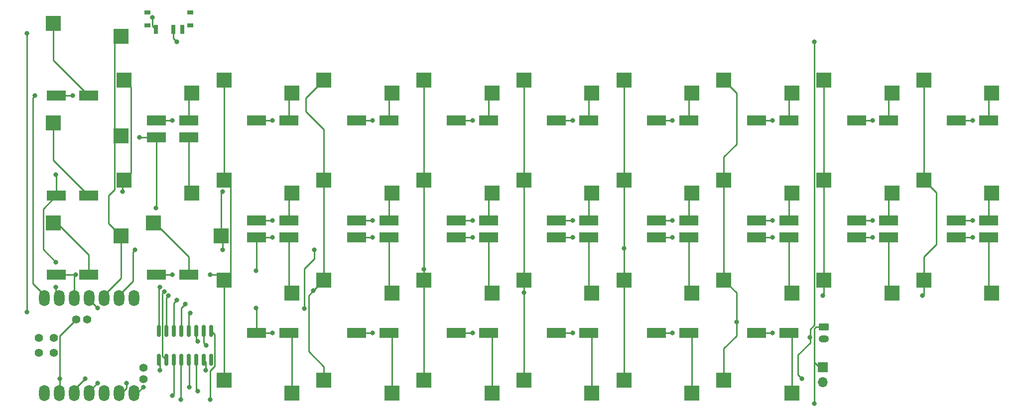
<source format=gbr>
%TF.GenerationSoftware,KiCad,Pcbnew,(6.0.4-0)*%
%TF.CreationDate,2023-01-08T13:58:21-06:00*%
%TF.ProjectId,bancouver40_cfx,62616e63-6f75-4766-9572-34305f636678,rev?*%
%TF.SameCoordinates,Original*%
%TF.FileFunction,Copper,L2,Bot*%
%TF.FilePolarity,Positive*%
%FSLAX46Y46*%
G04 Gerber Fmt 4.6, Leading zero omitted, Abs format (unit mm)*
G04 Created by KiCad (PCBNEW (6.0.4-0)) date 2023-01-08 13:58:21*
%MOMM*%
%LPD*%
G01*
G04 APERTURE LIST*
G04 Aperture macros list*
%AMRoundRect*
0 Rectangle with rounded corners*
0 $1 Rounding radius*
0 $2 $3 $4 $5 $6 $7 $8 $9 X,Y pos of 4 corners*
0 Add a 4 corners polygon primitive as box body*
4,1,4,$2,$3,$4,$5,$6,$7,$8,$9,$2,$3,0*
0 Add four circle primitives for the rounded corners*
1,1,$1+$1,$2,$3*
1,1,$1+$1,$4,$5*
1,1,$1+$1,$6,$7*
1,1,$1+$1,$8,$9*
0 Add four rect primitives between the rounded corners*
20,1,$1+$1,$2,$3,$4,$5,0*
20,1,$1+$1,$4,$5,$6,$7,0*
20,1,$1+$1,$6,$7,$8,$9,0*
20,1,$1+$1,$8,$9,$2,$3,0*%
G04 Aperture macros list end*
%TA.AperFunction,SMDPad,CuDef*%
%ADD10R,2.600000X2.600000*%
%TD*%
%TA.AperFunction,SMDPad,CuDef*%
%ADD11R,3.300000X1.700000*%
%TD*%
%TA.AperFunction,SMDPad,CuDef*%
%ADD12RoundRect,0.150000X-0.150000X0.825000X-0.150000X-0.825000X0.150000X-0.825000X0.150000X0.825000X0*%
%TD*%
%TA.AperFunction,ComponentPad*%
%ADD13R,1.700000X1.700000*%
%TD*%
%TA.AperFunction,ComponentPad*%
%ADD14O,1.700000X1.700000*%
%TD*%
%TA.AperFunction,SMDPad,CuDef*%
%ADD15O,1.800000X2.750000*%
%TD*%
%TA.AperFunction,ComponentPad*%
%ADD16C,1.397000*%
%TD*%
%TA.AperFunction,SMDPad,CuDef*%
%ADD17R,1.000000X0.800000*%
%TD*%
%TA.AperFunction,SMDPad,CuDef*%
%ADD18R,0.700000X1.500000*%
%TD*%
%TA.AperFunction,ComponentPad*%
%ADD19RoundRect,0.250000X-0.625000X0.350000X-0.625000X-0.350000X0.625000X-0.350000X0.625000X0.350000X0*%
%TD*%
%TA.AperFunction,ComponentPad*%
%ADD20O,1.750000X1.200000*%
%TD*%
%TA.AperFunction,ViaPad*%
%ADD21C,0.800000*%
%TD*%
%TA.AperFunction,Conductor*%
%ADD22C,0.250000*%
%TD*%
G04 APERTURE END LIST*
D10*
%TO.P,SW25,1,1*%
%TO.N,Net-(D25-Pad2)*%
X154149929Y-63324973D03*
%TO.P,SW25,2,2*%
%TO.N,col5*%
X142599929Y-61124973D03*
%TD*%
%TO.P,SW17,1,1*%
%TO.N,Net-(D17-Pad2)*%
X188149913Y-46324981D03*
%TO.P,SW17,2,2*%
%TO.N,col7*%
X176599913Y-44124981D03*
%TD*%
%TO.P,SW23,1,1*%
%TO.N,Net-(D23-Pad2)*%
X120149945Y-63324973D03*
%TO.P,SW23,2,2*%
%TO.N,col3*%
X108599945Y-61124973D03*
%TD*%
%TO.P,SW26,1,1*%
%TO.N,Net-(D26-Pad2)*%
X171149921Y-63324973D03*
%TO.P,SW26,2,2*%
%TO.N,col6*%
X159599921Y-61124973D03*
%TD*%
%TO.P,SW13,1,1*%
%TO.N,Net-(D13-Pad2)*%
X120149945Y-46324981D03*
%TO.P,SW13,2,2*%
%TO.N,col3*%
X108599945Y-44124981D03*
%TD*%
%TO.P,SW20,1,1*%
%TO.N,Net-(D20-Pad2)*%
X239149889Y-46324981D03*
%TO.P,SW20,2,2*%
%TO.N,col10*%
X227599889Y-44124981D03*
%TD*%
%TO.P,SW16,1,1*%
%TO.N,Net-(D16-Pad2)*%
X171149921Y-46324981D03*
%TO.P,SW16,2,2*%
%TO.N,col6*%
X159599921Y-44124981D03*
%TD*%
%TO.P,SW4,1,1*%
%TO.N,Net-(D4-Pad2)*%
X137149937Y-29324989D03*
%TO.P,SW4,2,2*%
%TO.N,col4*%
X125599937Y-27124989D03*
%TD*%
%TO.P,SW1,1,1*%
%TO.N,Net-(D1-Pad2)*%
X79599961Y-17424989D03*
%TO.P,SW1,2,2*%
%TO.N,col1*%
X91149961Y-19624989D03*
%TD*%
%TO.P,SW29,1,1*%
%TO.N,Net-(D29-Pad2)*%
X222149897Y-63324973D03*
%TO.P,SW29,2,2*%
%TO.N,col9*%
X210599897Y-61124973D03*
%TD*%
%TO.P,SW15,1,1*%
%TO.N,Net-(D15-Pad2)*%
X154149929Y-46324981D03*
%TO.P,SW15,2,2*%
%TO.N,col5*%
X142599929Y-44124981D03*
%TD*%
%TO.P,SW34,1,1*%
%TO.N,Net-(D34-Pad2)*%
X137149937Y-80324965D03*
%TO.P,SW34,2,2*%
%TO.N,col4*%
X125599937Y-78124965D03*
%TD*%
%TO.P,SW6,1,1*%
%TO.N,Net-(D6-Pad2)*%
X171149921Y-29324989D03*
%TO.P,SW6,2,2*%
%TO.N,col6*%
X159599921Y-27124989D03*
%TD*%
%TO.P,SW10,1,1*%
%TO.N,Net-(D10-Pad2)*%
X239149889Y-29324989D03*
%TO.P,SW10,2,2*%
%TO.N,col10*%
X227599889Y-27124989D03*
%TD*%
%TO.P,SW33,1,1*%
%TO.N,Net-(D33-Pad2)*%
X120149945Y-80324965D03*
%TO.P,SW33,2,2*%
%TO.N,col3*%
X108599945Y-78124965D03*
%TD*%
%TO.P,SW27,1,1*%
%TO.N,Net-(D27-Pad2)*%
X188149913Y-63324973D03*
%TO.P,SW27,2,2*%
%TO.N,col7*%
X176599913Y-61124973D03*
%TD*%
%TO.P,SW30,1,1*%
%TO.N,Net-(D30-Pad2)*%
X239149889Y-63324973D03*
%TO.P,SW30,2,2*%
%TO.N,col10*%
X227599889Y-61124973D03*
%TD*%
%TO.P,SW7,1,1*%
%TO.N,Net-(D7-Pad2)*%
X188149913Y-29324989D03*
%TO.P,SW7,2,2*%
%TO.N,col7*%
X176599913Y-27124989D03*
%TD*%
%TO.P,SW19,1,1*%
%TO.N,Net-(D19-Pad2)*%
X222149897Y-46324981D03*
%TO.P,SW19,2,2*%
%TO.N,col9*%
X210599897Y-44124981D03*
%TD*%
%TO.P,SW24,1,1*%
%TO.N,Net-(D24-Pad2)*%
X137149937Y-63324973D03*
%TO.P,SW24,2,2*%
%TO.N,col4*%
X125599937Y-61124973D03*
%TD*%
%TO.P,SW5,1,1*%
%TO.N,Net-(D5-Pad2)*%
X154149929Y-29324989D03*
%TO.P,SW5,2,2*%
%TO.N,col5*%
X142599929Y-27124989D03*
%TD*%
%TO.P,SW38,1,1*%
%TO.N,Net-(D38-Pad2)*%
X205149905Y-80324965D03*
%TO.P,SW38,2,2*%
%TO.N,col8*%
X193599905Y-78124965D03*
%TD*%
%TO.P,SW35,1,1*%
%TO.N,Net-(D35-Pad2)*%
X154149929Y-80324965D03*
%TO.P,SW35,2,2*%
%TO.N,col5*%
X142599929Y-78124965D03*
%TD*%
%TO.P,SW18,1,1*%
%TO.N,Net-(D18-Pad2)*%
X205149905Y-46324981D03*
%TO.P,SW18,2,2*%
%TO.N,col8*%
X193599905Y-44124981D03*
%TD*%
%TO.P,SW3,1,1*%
%TO.N,Net-(D3-Pad2)*%
X120149945Y-29324989D03*
%TO.P,SW3,2,2*%
%TO.N,col3*%
X108599945Y-27124989D03*
%TD*%
%TO.P,SW9,1,1*%
%TO.N,Net-(D9-Pad2)*%
X222149897Y-29324989D03*
%TO.P,SW9,2,2*%
%TO.N,col9*%
X210599897Y-27124989D03*
%TD*%
%TO.P,SW14,1,1*%
%TO.N,Net-(D14-Pad2)*%
X137149937Y-46324981D03*
%TO.P,SW14,2,2*%
%TO.N,col4*%
X125599937Y-44124981D03*
%TD*%
%TO.P,SW21,1,1*%
%TO.N,Net-(D21-Pad2)*%
X79599961Y-51424973D03*
%TO.P,SW21,2,2*%
%TO.N,col1*%
X91149961Y-53624973D03*
%TD*%
%TO.P,SW2,1,1*%
%TO.N,Net-(D2-Pad2)*%
X103149953Y-29324989D03*
%TO.P,SW2,2,2*%
%TO.N,col2*%
X91599953Y-27124989D03*
%TD*%
%TO.P,SW12,1,1*%
%TO.N,Net-(D12-Pad2)*%
X103149953Y-46324981D03*
%TO.P,SW12,2,2*%
%TO.N,col2*%
X91599953Y-44124981D03*
%TD*%
%TO.P,SW36,1,1*%
%TO.N,Net-(D36-Pad2)*%
X171149921Y-80324965D03*
%TO.P,SW36,2,2*%
%TO.N,col6*%
X159599921Y-78124965D03*
%TD*%
%TO.P,SW22,1,1*%
%TO.N,Net-(D22-Pad2)*%
X96599953Y-51424973D03*
%TO.P,SW22,2,2*%
%TO.N,col2*%
X108149953Y-53624973D03*
%TD*%
%TO.P,SW28,1,1*%
%TO.N,Net-(D28-Pad2)*%
X205149905Y-63324973D03*
%TO.P,SW28,2,2*%
%TO.N,col8*%
X193599905Y-61124973D03*
%TD*%
%TO.P,SW37,1,1*%
%TO.N,Net-(D37-Pad2)*%
X188149913Y-80324965D03*
%TO.P,SW37,2,2*%
%TO.N,col7*%
X176599913Y-78124965D03*
%TD*%
%TO.P,SW11,1,1*%
%TO.N,Net-(D11-Pad2)*%
X79599961Y-34424981D03*
%TO.P,SW11,2,2*%
%TO.N,col1*%
X91149961Y-36624981D03*
%TD*%
%TO.P,SW8,1,1*%
%TO.N,Net-(D8-Pad2)*%
X205149905Y-29324989D03*
%TO.P,SW8,2,2*%
%TO.N,col8*%
X193599905Y-27124989D03*
%TD*%
D11*
%TO.P,D35,1,K*%
%TO.N,row4*%
X148124929Y-70124967D03*
%TO.P,D35,2,A*%
%TO.N,Net-(D35-Pad2)*%
X153624929Y-70124967D03*
%TD*%
%TO.P,D30,1,K*%
%TO.N,row3*%
X233124889Y-53833308D03*
%TO.P,D30,2,A*%
%TO.N,Net-(D30-Pad2)*%
X238624889Y-53833308D03*
%TD*%
%TO.P,D34,1,K*%
%TO.N,row4*%
X131124937Y-70124967D03*
%TO.P,D34,2,A*%
%TO.N,Net-(D34-Pad2)*%
X136624937Y-70124967D03*
%TD*%
%TO.P,D11,1,K*%
%TO.N,row2*%
X80124961Y-46749978D03*
%TO.P,D11,2,A*%
%TO.N,Net-(D11-Pad2)*%
X85624961Y-46749978D03*
%TD*%
%TO.P,D8,1,K*%
%TO.N,row1*%
X199124905Y-33999984D03*
%TO.P,D8,2,A*%
%TO.N,Net-(D8-Pad2)*%
X204624905Y-33999984D03*
%TD*%
%TO.P,D22,1,K*%
%TO.N,row3*%
X97124953Y-60208305D03*
%TO.P,D22,2,A*%
%TO.N,Net-(D22-Pad2)*%
X102624953Y-60208305D03*
%TD*%
%TO.P,D24,1,K*%
%TO.N,row3*%
X131124937Y-53833308D03*
%TO.P,D24,2,A*%
%TO.N,Net-(D24-Pad2)*%
X136624937Y-53833308D03*
%TD*%
%TO.P,D27,1,K*%
%TO.N,row3*%
X182124913Y-53833308D03*
%TO.P,D27,2,A*%
%TO.N,Net-(D27-Pad2)*%
X187624913Y-53833308D03*
%TD*%
%TO.P,D4,1,K*%
%TO.N,row1*%
X131124937Y-33999984D03*
%TO.P,D4,2,A*%
%TO.N,Net-(D4-Pad2)*%
X136624937Y-33999984D03*
%TD*%
D12*
%TO.P,U2,1,QB*%
%TO.N,col3*%
X97554952Y-69774966D03*
%TO.P,U2,2,QC*%
%TO.N,col4*%
X98824952Y-69774966D03*
%TO.P,U2,3,QD*%
%TO.N,col6*%
X100094952Y-69774966D03*
%TO.P,U2,4,QE*%
%TO.N,col7*%
X101364952Y-69774966D03*
%TO.P,U2,5,QF*%
%TO.N,col8*%
X102634952Y-69774966D03*
%TO.P,U2,6,QG*%
%TO.N,col9*%
X103904952Y-69774966D03*
%TO.P,U2,7,QH*%
%TO.N,col10*%
X105174952Y-69774966D03*
%TO.P,U2,8,GND*%
%TO.N,gnd*%
X106444952Y-69774966D03*
%TO.P,U2,9,QH'*%
%TO.N,unconnected-(U2-Pad9)*%
X106444952Y-74724966D03*
%TO.P,U2,10,~{SRCLR}*%
%TO.N,vcc*%
X105174952Y-74724966D03*
%TO.P,U2,11,SRCLK*%
%TO.N,sck*%
X103904952Y-74724966D03*
%TO.P,U2,12,RCLK*%
%TO.N,io_cs*%
X102634952Y-74724966D03*
%TO.P,U2,13,~{OE}*%
%TO.N,gnd*%
X101364952Y-74724966D03*
%TO.P,U2,14,SER*%
%TO.N,mosi*%
X100094952Y-74724966D03*
%TO.P,U2,15,QA*%
%TO.N,col5*%
X98824952Y-74724966D03*
%TO.P,U2,16,VCC*%
%TO.N,vcc*%
X97554952Y-74724966D03*
%TD*%
D13*
%TO.P,J2,1,Pin_1*%
%TO.N,gnd*%
X210374901Y-75933297D03*
D14*
%TO.P,J2,2,Pin_2*%
%TO.N,vbat*%
X210374901Y-78473297D03*
%TD*%
D11*
%TO.P,D29,1,K*%
%TO.N,row3*%
X216124897Y-53833308D03*
%TO.P,D29,2,A*%
%TO.N,Net-(D29-Pad2)*%
X221624897Y-53833308D03*
%TD*%
%TO.P,D28,1,K*%
%TO.N,row3*%
X199124905Y-53833308D03*
%TO.P,D28,2,A*%
%TO.N,Net-(D28-Pad2)*%
X204624905Y-53833308D03*
%TD*%
%TO.P,D33,1,K*%
%TO.N,row4*%
X114124945Y-70124967D03*
%TO.P,D33,2,A*%
%TO.N,Net-(D33-Pad2)*%
X119624945Y-70124967D03*
%TD*%
%TO.P,D15,1,K*%
%TO.N,row2*%
X148124929Y-50999976D03*
%TO.P,D15,2,A*%
%TO.N,Net-(D15-Pad2)*%
X153624929Y-50999976D03*
%TD*%
D15*
%TO.P,U1,1,A2/0.02_H*%
%TO.N,row1*%
X78088293Y-64155006D03*
%TO.P,U1,2,A4/0.03_H*%
%TO.N,row2*%
X80628293Y-64155006D03*
%TO.P,U1,3,A10/0.28*%
%TO.N,row3*%
X83168293Y-64155006D03*
%TO.P,U1,4,A11/0.29*%
%TO.N,row4*%
X85708293Y-64155006D03*
%TO.P,U1,5,A8_SDA/0.04_H*%
%TO.N,col1*%
X88248293Y-64155006D03*
%TO.P,U1,6,A9_SCL/0.05_H*%
%TO.N,col2*%
X90788293Y-64155006D03*
%TO.P,U1,7,B8_TX/1.11*%
%TO.N,unconnected-(U1-Pad7)*%
X93328293Y-64155006D03*
%TO.P,U1,8,B9_RX/1.12*%
%TO.N,io_cs*%
X93328293Y-80344926D03*
%TO.P,U1,9,A7_SCK/1.13*%
%TO.N,sck*%
X90788293Y-80344926D03*
%TO.P,U1,10,A5_MISO/1.14*%
%TO.N,unconnected-(U1-Pad10)*%
X88248293Y-80344926D03*
%TO.P,U1,11,A6_MOSI/1.15*%
%TO.N,mosi*%
X85708293Y-80344926D03*
%TO.P,U1,12,3V3*%
%TO.N,vcc*%
X83168293Y-80344926D03*
%TO.P,U1,13,GND*%
%TO.N,gnd*%
X80628293Y-80344926D03*
%TO.P,U1,14,5V*%
%TO.N,unconnected-(U1-Pad14)*%
X78088293Y-80344926D03*
D16*
%TO.P,U1,15,A31_SWDIO*%
%TO.N,unconnected-(U1-Pad15)*%
X77136293Y-70979966D03*
%TO.P,U1,16,A30_SWCLK*%
%TO.N,unconnected-(U1-Pad16)*%
X77136293Y-73519966D03*
%TO.P,U1,17,RESET*%
%TO.N,reset*%
X79676293Y-70979966D03*
%TO.P,U1,18,GND*%
%TO.N,unconnected-(U1-Pad18)*%
X79676293Y-73519966D03*
%TO.P,U1,19,BAT*%
%TO.N,bat+*%
X85391293Y-67804966D03*
%TO.P,U1,20,GND*%
%TO.N,gnd*%
X83486293Y-67804966D03*
%TO.P,U1,21,NFC1/0.09_H*%
%TO.N,unconnected-(U1-Pad21)*%
X94916293Y-76059966D03*
%TO.P,U1,22,NFC2/0.10_H*%
%TO.N,unconnected-(U1-Pad22)*%
X94916293Y-77964966D03*
%TD*%
D11*
%TO.P,D9,1,K*%
%TO.N,row1*%
X216124897Y-33999984D03*
%TO.P,D9,2,A*%
%TO.N,Net-(D9-Pad2)*%
X221624897Y-33999984D03*
%TD*%
%TO.P,D21,1,K*%
%TO.N,row3*%
X80124961Y-60208305D03*
%TO.P,D21,2,A*%
%TO.N,Net-(D21-Pad2)*%
X85624961Y-60208305D03*
%TD*%
%TO.P,D19,1,K*%
%TO.N,row2*%
X216124897Y-50999976D03*
%TO.P,D19,2,A*%
%TO.N,Net-(D19-Pad2)*%
X221624897Y-50999976D03*
%TD*%
D17*
%TO.P,SW41,*%
%TO.N,*%
X102899954Y-15569992D03*
X95599954Y-15569992D03*
X102899954Y-17779992D03*
X95599954Y-17779992D03*
D18*
%TO.P,SW41,1,A*%
%TO.N,bat+*%
X96999954Y-18429992D03*
%TO.P,SW41,2,B*%
%TO.N,vbat*%
X99999954Y-18429992D03*
%TO.P,SW41,3*%
%TO.N,N/C*%
X101499954Y-18429992D03*
%TD*%
D11*
%TO.P,D10,1,K*%
%TO.N,row1*%
X233124889Y-33999984D03*
%TO.P,D10,2,A*%
%TO.N,Net-(D10-Pad2)*%
X238624889Y-33999984D03*
%TD*%
%TO.P,D14,1,K*%
%TO.N,row2*%
X131124937Y-50999976D03*
%TO.P,D14,2,A*%
%TO.N,Net-(D14-Pad2)*%
X136624937Y-50999976D03*
%TD*%
%TO.P,D6,1,K*%
%TO.N,row1*%
X165124921Y-33999984D03*
%TO.P,D6,2,A*%
%TO.N,Net-(D6-Pad2)*%
X170624921Y-33999984D03*
%TD*%
%TO.P,D18,1,K*%
%TO.N,row2*%
X199124905Y-50999976D03*
%TO.P,D18,2,A*%
%TO.N,Net-(D18-Pad2)*%
X204624905Y-50999976D03*
%TD*%
%TO.P,D16,1,K*%
%TO.N,row2*%
X165124921Y-50999976D03*
%TO.P,D16,2,A*%
%TO.N,Net-(D16-Pad2)*%
X170624921Y-50999976D03*
%TD*%
%TO.P,D13,1,K*%
%TO.N,row2*%
X114124945Y-50999976D03*
%TO.P,D13,2,A*%
%TO.N,Net-(D13-Pad2)*%
X119624945Y-50999976D03*
%TD*%
%TO.P,D25,1,K*%
%TO.N,row3*%
X148124929Y-53833308D03*
%TO.P,D25,2,A*%
%TO.N,Net-(D25-Pad2)*%
X153624929Y-53833308D03*
%TD*%
%TO.P,D26,1,K*%
%TO.N,row3*%
X165124921Y-53833308D03*
%TO.P,D26,2,A*%
%TO.N,Net-(D26-Pad2)*%
X170624921Y-53833308D03*
%TD*%
%TO.P,D1,1,K*%
%TO.N,row1*%
X80124961Y-29749986D03*
%TO.P,D1,2,A*%
%TO.N,Net-(D1-Pad2)*%
X85624961Y-29749986D03*
%TD*%
%TO.P,D3,1,K*%
%TO.N,row1*%
X114124945Y-33999984D03*
%TO.P,D3,2,A*%
%TO.N,Net-(D3-Pad2)*%
X119624945Y-33999984D03*
%TD*%
%TO.P,D7,1,K*%
%TO.N,row1*%
X182124913Y-33999984D03*
%TO.P,D7,2,A*%
%TO.N,Net-(D7-Pad2)*%
X187624913Y-33999984D03*
%TD*%
%TO.P,D23,1,K*%
%TO.N,row3*%
X114124945Y-53833308D03*
%TO.P,D23,2,A*%
%TO.N,Net-(D23-Pad2)*%
X119624945Y-53833308D03*
%TD*%
%TO.P,D17,1,K*%
%TO.N,row2*%
X182124913Y-50999976D03*
%TO.P,D17,2,A*%
%TO.N,Net-(D17-Pad2)*%
X187624913Y-50999976D03*
%TD*%
D19*
%TO.P,J1,1,Pin_1*%
%TO.N,gnd*%
X210600000Y-69124967D03*
D20*
%TO.P,J1,2,Pin_2*%
%TO.N,vbat*%
X210600000Y-71124967D03*
%TD*%
D11*
%TO.P,D12,1,K*%
%TO.N,row2*%
X97124953Y-36833316D03*
%TO.P,D12,2,A*%
%TO.N,Net-(D12-Pad2)*%
X102624953Y-36833316D03*
%TD*%
%TO.P,D5,1,K*%
%TO.N,row1*%
X148124929Y-33999984D03*
%TO.P,D5,2,A*%
%TO.N,Net-(D5-Pad2)*%
X153624929Y-33999984D03*
%TD*%
%TO.P,D37,1,K*%
%TO.N,row4*%
X182124913Y-70124967D03*
%TO.P,D37,2,A*%
%TO.N,Net-(D37-Pad2)*%
X187624913Y-70124967D03*
%TD*%
%TO.P,D36,1,K*%
%TO.N,row4*%
X165124921Y-70124967D03*
%TO.P,D36,2,A*%
%TO.N,Net-(D36-Pad2)*%
X170624921Y-70124967D03*
%TD*%
%TO.P,D20,1,K*%
%TO.N,row2*%
X233124889Y-50999976D03*
%TO.P,D20,2,A*%
%TO.N,Net-(D20-Pad2)*%
X238624889Y-50999976D03*
%TD*%
%TO.P,D38,1,K*%
%TO.N,row4*%
X199124905Y-70124967D03*
%TO.P,D38,2,A*%
%TO.N,Net-(D38-Pad2)*%
X204624905Y-70124967D03*
%TD*%
%TO.P,D2,1,K*%
%TO.N,row1*%
X97124953Y-33999984D03*
%TO.P,D2,2,A*%
%TO.N,Net-(D2-Pad2)*%
X102624953Y-33999984D03*
%TD*%
D21*
%TO.N,row1*%
X167874921Y-33999984D03*
X99874953Y-33999984D03*
X235874889Y-33999984D03*
X133874937Y-33999984D03*
X76499964Y-29749986D03*
X218874897Y-33999984D03*
X150874929Y-33999984D03*
X116874945Y-33999984D03*
X82874961Y-29749986D03*
X201874905Y-33999984D03*
X184874913Y-33999984D03*
%TO.N,row2*%
X201874905Y-50999976D03*
X94208289Y-36833316D03*
X167874921Y-50999976D03*
X235874889Y-50999976D03*
X80041629Y-58083306D03*
X97041621Y-48874977D03*
X80041629Y-43208313D03*
X80041629Y-62333304D03*
X184874913Y-50999976D03*
X150874929Y-50999976D03*
X133874937Y-50999976D03*
X116874945Y-50999976D03*
X218874897Y-50999976D03*
%TO.N,row3*%
X83375459Y-60208305D03*
X99874953Y-60208305D03*
X218874897Y-53833308D03*
X235874889Y-53833308D03*
X133874937Y-53833308D03*
X184874913Y-53833308D03*
X150874929Y-53833308D03*
X201874905Y-53833308D03*
X114041613Y-59499972D03*
X167874921Y-53833308D03*
X116874945Y-53833308D03*
%TO.N,row4*%
X114041613Y-65874969D03*
X116874945Y-70124967D03*
X133874937Y-70124967D03*
X201874905Y-70124967D03*
X150874929Y-70124967D03*
X184874913Y-70124967D03*
X87124959Y-65874969D03*
X167874921Y-70124967D03*
%TO.N,col2*%
X93499956Y-55958307D03*
X108374949Y-55958307D03*
X91374957Y-46041645D03*
X108374949Y-46041645D03*
%TO.N,col3*%
X106249950Y-60208305D03*
X97749954Y-62333304D03*
%TO.N,col4*%
X99166620Y-63782304D03*
X123820774Y-62904136D03*
%TO.N,col5*%
X142599929Y-59274976D03*
X98458287Y-63057804D03*
%TO.N,col6*%
X159599921Y-63266633D03*
X100583286Y-64506804D03*
%TO.N,col7*%
X176599913Y-55733311D03*
X123958275Y-55958307D03*
X101999952Y-65231304D03*
X122275920Y-65923994D03*
%TO.N,col8*%
X102866418Y-66741435D03*
X195749430Y-68249490D03*
%TO.N,col9*%
X104124951Y-71541633D03*
X210374901Y-63749970D03*
%TO.N,col10*%
X105622903Y-72266133D03*
X227374893Y-63749970D03*
%TO.N,gnd*%
X101291619Y-81458295D03*
X80699304Y-77865972D03*
X208958235Y-82166628D03*
X106249950Y-81458295D03*
%TO.N,vbat*%
X208233735Y-70833300D03*
X100583286Y-20541657D03*
X206833236Y-77916630D03*
X208958235Y-20541657D03*
%TO.N,bat+*%
X75083298Y-19124991D03*
X96451966Y-16455265D03*
X75083298Y-66583302D03*
%TO.N,vcc*%
X84999960Y-77916630D03*
X97749954Y-76499964D03*
X105541617Y-76499964D03*
%TO.N,sck*%
X104124951Y-80041629D03*
X92083290Y-78624963D03*
%TO.N,io_cs*%
X102708285Y-79333296D03*
X94916622Y-79333296D03*
%TO.N,mosi*%
X87124959Y-78624963D03*
X99874953Y-80782307D03*
%TD*%
D22*
%TO.N,row1*%
X184874913Y-33999984D02*
X182124913Y-33999984D01*
X116874945Y-33999984D02*
X114124945Y-33999984D01*
X167874921Y-33999984D02*
X165124921Y-33999984D01*
X133874937Y-33999984D02*
X131124937Y-33999984D01*
X150874929Y-33999984D02*
X148124929Y-33999984D01*
X78088293Y-63680006D02*
X76149540Y-61741253D01*
X99874953Y-33999984D02*
X97124953Y-33999984D01*
X233124889Y-33999984D02*
X235874889Y-33999984D01*
X82874961Y-29749986D02*
X80124961Y-29749986D01*
X218874897Y-33999984D02*
X216124897Y-33999984D01*
X76149540Y-61741253D02*
X76149540Y-30100410D01*
X76149540Y-30100410D02*
X76499964Y-29749986D01*
X201874905Y-33999984D02*
X199124905Y-33999984D01*
%TO.N,Net-(D1-Pad2)*%
X79599961Y-23724986D02*
X85624961Y-29749986D01*
X79599961Y-17424989D02*
X79599961Y-23724986D01*
%TO.N,Net-(D2-Pad2)*%
X102624953Y-29849989D02*
X103149953Y-29324989D01*
X102624953Y-33999984D02*
X102624953Y-29849989D01*
%TO.N,Net-(D3-Pad2)*%
X119624945Y-33999984D02*
X119624945Y-29849989D01*
X119624945Y-29849989D02*
X120149945Y-29324989D01*
%TO.N,Net-(D4-Pad2)*%
X136624937Y-33999984D02*
X136624937Y-29849989D01*
X136624937Y-29849989D02*
X137149937Y-29324989D01*
%TO.N,Net-(D5-Pad2)*%
X153624929Y-29849989D02*
X154149929Y-29324989D01*
X153624929Y-33999984D02*
X153624929Y-29849989D01*
%TO.N,Net-(D6-Pad2)*%
X170624921Y-29849989D02*
X171149921Y-29324989D01*
X170624921Y-33999984D02*
X170624921Y-29849989D01*
%TO.N,Net-(D7-Pad2)*%
X187624913Y-33999984D02*
X187624913Y-29849989D01*
X187624913Y-29849989D02*
X188149913Y-29324989D01*
%TO.N,Net-(D8-Pad2)*%
X204624905Y-33999984D02*
X204624905Y-29849989D01*
X204624905Y-29849989D02*
X205149905Y-29324989D01*
%TO.N,Net-(D9-Pad2)*%
X221624897Y-33999984D02*
X221624897Y-29849989D01*
X221624897Y-29849989D02*
X222149897Y-29324989D01*
%TO.N,Net-(D10-Pad2)*%
X238624889Y-33999984D02*
X238624889Y-29849989D01*
X238624889Y-29849989D02*
X239149889Y-29324989D01*
%TO.N,row2*%
X116874945Y-50999976D02*
X114124945Y-50999976D01*
X97124953Y-48791645D02*
X97124953Y-36833316D01*
X167874921Y-50999976D02*
X165124921Y-50999976D01*
X80124961Y-46749978D02*
X77882548Y-48992391D01*
X77882548Y-55924225D02*
X80041629Y-58083306D01*
X133874937Y-50999976D02*
X131124937Y-50999976D01*
X218874897Y-50999976D02*
X216124897Y-50999976D01*
X80124961Y-43291645D02*
X80124961Y-46749978D01*
X77882548Y-48992391D02*
X77882548Y-55924225D01*
X201874905Y-50999976D02*
X199124905Y-50999976D01*
X233124889Y-50999976D02*
X235874889Y-50999976D01*
X184874913Y-50999976D02*
X182124913Y-50999976D01*
X150874929Y-50999976D02*
X148124929Y-50999976D01*
X80041629Y-43208313D02*
X80124961Y-43291645D01*
X97041621Y-48874977D02*
X97124953Y-48791645D01*
X80041629Y-62333304D02*
X80041629Y-63093342D01*
X97124953Y-36833316D02*
X94208289Y-36833316D01*
X80041629Y-63093342D02*
X80628293Y-63680006D01*
%TO.N,Net-(D11-Pad2)*%
X79599961Y-34424981D02*
X79599961Y-40724978D01*
X79599961Y-40724978D02*
X85624961Y-46749978D01*
%TO.N,Net-(D12-Pad2)*%
X102624953Y-36833316D02*
X102624953Y-45799981D01*
X102624953Y-45799981D02*
X103149953Y-46324981D01*
%TO.N,Net-(D13-Pad2)*%
X119624945Y-46849981D02*
X120149945Y-46324981D01*
X119624945Y-50999976D02*
X119624945Y-46849981D01*
%TO.N,Net-(D14-Pad2)*%
X136624937Y-50999976D02*
X136624937Y-46849981D01*
X136624937Y-46849981D02*
X137149937Y-46324981D01*
%TO.N,Net-(D15-Pad2)*%
X153624929Y-50999976D02*
X153624929Y-46849981D01*
X153624929Y-46849981D02*
X154149929Y-46324981D01*
%TO.N,Net-(D16-Pad2)*%
X170624921Y-50999976D02*
X170624921Y-46849981D01*
X170624921Y-46849981D02*
X171149921Y-46324981D01*
%TO.N,Net-(D17-Pad2)*%
X187624913Y-50999976D02*
X187624913Y-46849981D01*
X187624913Y-46849981D02*
X188149913Y-46324981D01*
%TO.N,Net-(D18-Pad2)*%
X204624905Y-46849981D02*
X205149905Y-46324981D01*
X204624905Y-50999976D02*
X204624905Y-46849981D01*
%TO.N,Net-(D19-Pad2)*%
X221624897Y-50999976D02*
X221624897Y-46849981D01*
X221624897Y-46849981D02*
X222149897Y-46324981D01*
%TO.N,Net-(D20-Pad2)*%
X238624889Y-46849981D02*
X239149889Y-46324981D01*
X238624889Y-50999976D02*
X238624889Y-46849981D01*
%TO.N,row3*%
X167874921Y-53833308D02*
X165124921Y-53833308D01*
X83168293Y-63680006D02*
X83168293Y-60415471D01*
X99874953Y-60208305D02*
X97124953Y-60208305D01*
X201874905Y-53833308D02*
X199124905Y-53833308D01*
X150874929Y-53833308D02*
X148124929Y-53833308D01*
X218874897Y-53833308D02*
X216124897Y-53833308D01*
X114124945Y-53833308D02*
X116874945Y-53833308D01*
X83168293Y-60415471D02*
X83375459Y-60208305D01*
X184874913Y-53833308D02*
X182124913Y-53833308D01*
X83375459Y-60208305D02*
X80124961Y-60208305D01*
X114041613Y-59499972D02*
X114124945Y-59416640D01*
X114124945Y-59416640D02*
X114124945Y-53833308D01*
X133874937Y-53833308D02*
X131124937Y-53833308D01*
X235874889Y-53833308D02*
X233124889Y-53833308D01*
%TO.N,Net-(D21-Pad2)*%
X85624961Y-60208305D02*
X85624961Y-56825947D01*
X80223987Y-51424973D02*
X79599961Y-51424973D01*
X85624961Y-56825947D02*
X80223987Y-51424973D01*
%TO.N,Net-(D22-Pad2)*%
X102624953Y-60208305D02*
X102624953Y-57170650D01*
X102624953Y-57170650D02*
X96879276Y-51424973D01*
X96879276Y-51424973D02*
X96599953Y-51424973D01*
%TO.N,Net-(D23-Pad2)*%
X119624945Y-53833308D02*
X119624945Y-62799973D01*
X119624945Y-62799973D02*
X120149945Y-63324973D01*
%TO.N,Net-(D24-Pad2)*%
X136624937Y-62799973D02*
X137149937Y-63324973D01*
X136624937Y-53833308D02*
X136624937Y-62799973D01*
%TO.N,Net-(D25-Pad2)*%
X153624929Y-62799973D02*
X154149929Y-63324973D01*
X153624929Y-53833308D02*
X153624929Y-62799973D01*
%TO.N,Net-(D26-Pad2)*%
X170624921Y-53833308D02*
X170624921Y-62799973D01*
X170624921Y-62799973D02*
X171149921Y-63324973D01*
%TO.N,Net-(D27-Pad2)*%
X187624913Y-53833308D02*
X187624913Y-62799973D01*
X187624913Y-62799973D02*
X188149913Y-63324973D01*
%TO.N,Net-(D28-Pad2)*%
X204624905Y-62799973D02*
X205149905Y-63324973D01*
X204624905Y-53833308D02*
X204624905Y-62799973D01*
%TO.N,Net-(D29-Pad2)*%
X221624897Y-62799973D02*
X222149897Y-63324973D01*
X221624897Y-53833308D02*
X221624897Y-62799973D01*
%TO.N,Net-(D30-Pad2)*%
X238624889Y-53833308D02*
X238624889Y-62799973D01*
X238624889Y-62799973D02*
X239149889Y-63324973D01*
%TO.N,row4*%
X133874937Y-70124967D02*
X131124937Y-70124967D01*
X85708293Y-64458303D02*
X87124959Y-65874969D01*
X114124945Y-65958301D02*
X114124945Y-70124967D01*
X85708293Y-63680006D02*
X85708293Y-64458303D01*
X114124945Y-70124967D02*
X116874945Y-70124967D01*
X201874905Y-70124967D02*
X199124905Y-70124967D01*
X114041613Y-65874969D02*
X114124945Y-65958301D01*
X150874929Y-70124967D02*
X148124929Y-70124967D01*
X184874913Y-70124967D02*
X182124913Y-70124967D01*
X167874921Y-70124967D02*
X165124921Y-70124967D01*
%TO.N,Net-(D33-Pad2)*%
X120149945Y-80324965D02*
X120149945Y-70649967D01*
X120149945Y-70649967D02*
X119624945Y-70124967D01*
%TO.N,Net-(D34-Pad2)*%
X137149937Y-80324965D02*
X137149937Y-70649967D01*
X137149937Y-70649967D02*
X136624937Y-70124967D01*
%TO.N,Net-(D35-Pad2)*%
X154149929Y-80324965D02*
X154149929Y-70649967D01*
X154149929Y-70649967D02*
X153624929Y-70124967D01*
%TO.N,Net-(D36-Pad2)*%
X171149921Y-80324965D02*
X171149921Y-70649967D01*
X171149921Y-70649967D02*
X170624921Y-70124967D01*
%TO.N,Net-(D37-Pad2)*%
X188149913Y-70649967D02*
X187624913Y-70124967D01*
X188149913Y-80324965D02*
X188149913Y-70649967D01*
%TO.N,Net-(D38-Pad2)*%
X205149905Y-70649967D02*
X204624905Y-70124967D01*
X205149905Y-80324965D02*
X205149905Y-70649967D01*
%TO.N,col1*%
X89975442Y-20799508D02*
X91149961Y-19624989D01*
X89000436Y-46724498D02*
X89000436Y-51475448D01*
X88248293Y-63680006D02*
X91149961Y-60778338D01*
X89000436Y-51475448D02*
X91149961Y-53624973D01*
X89975442Y-37799500D02*
X89975442Y-45749492D01*
X91149961Y-36624981D02*
X89975442Y-35450462D01*
X91149961Y-60778338D02*
X91149961Y-53624973D01*
X89975442Y-35450462D02*
X89975442Y-20799508D01*
X91149961Y-36624981D02*
X89975442Y-37799500D01*
X89975442Y-45749492D02*
X89000436Y-46724498D01*
%TO.N,col2*%
X92774472Y-42950462D02*
X91599953Y-44124981D01*
X108374949Y-53849969D02*
X108149953Y-53624973D01*
X93149532Y-61318767D02*
X93149532Y-56308731D01*
X93149532Y-56308731D02*
X93499956Y-55958307D01*
X91374957Y-44349977D02*
X91599953Y-44124981D01*
X108374949Y-55958307D02*
X108374949Y-53849969D01*
X91374957Y-46041645D02*
X91374957Y-44349977D01*
X92774472Y-28299508D02*
X92774472Y-42950462D01*
X90788293Y-63680006D02*
X93149532Y-61318767D01*
X108149953Y-53624973D02*
X108149953Y-46266641D01*
X108149953Y-46266641D02*
X108374949Y-46041645D01*
X91599953Y-27124989D02*
X92774472Y-28299508D01*
%TO.N,col3*%
X107683277Y-60208305D02*
X108599945Y-61124973D01*
X108599945Y-61124973D02*
X109774464Y-59950454D01*
X108599945Y-44124981D02*
X108599945Y-27124989D01*
X108599945Y-78124965D02*
X108599945Y-61124973D01*
X97554952Y-69774966D02*
X97554952Y-62528306D01*
X109774464Y-45299500D02*
X108599945Y-44124981D01*
X97554952Y-62528306D02*
X97749954Y-62333304D01*
X109774464Y-59950454D02*
X109774464Y-45299500D01*
X106249950Y-60208305D02*
X107683277Y-60208305D01*
%TO.N,col4*%
X123000420Y-63724490D02*
X123000420Y-73267432D01*
X125599937Y-61124973D02*
X123820774Y-62904136D01*
X98824952Y-64123972D02*
X99166620Y-63782304D01*
X98824952Y-69774966D02*
X98824952Y-64123972D01*
X125599937Y-61124973D02*
X125599937Y-44124981D01*
X122541609Y-32399734D02*
X122541609Y-30183317D01*
X122541609Y-30183317D02*
X125599937Y-27124989D01*
X123820774Y-62904136D02*
X123000420Y-63724490D01*
X123000420Y-73267432D02*
X125599937Y-75866949D01*
X125599937Y-75866949D02*
X125599937Y-78124965D01*
X125599937Y-44124981D02*
X125599937Y-35458062D01*
X125599937Y-35458062D02*
X122541609Y-32399734D01*
%TO.N,col5*%
X98824952Y-74724966D02*
X98179472Y-74079486D01*
X98179472Y-74079486D02*
X98179472Y-63336619D01*
X98179472Y-63336619D02*
X98458287Y-63057804D01*
X142599929Y-59274976D02*
X142599929Y-61124973D01*
X142599929Y-44124981D02*
X142599929Y-59274976D01*
X142599929Y-44124981D02*
X142599929Y-27124989D01*
X142599929Y-78124965D02*
X142599929Y-61124973D01*
%TO.N,col6*%
X159599921Y-63266633D02*
X159599921Y-78124965D01*
X159599921Y-27124989D02*
X159599921Y-63266633D01*
X100094952Y-64995138D02*
X100583286Y-64506804D01*
X100094952Y-69774966D02*
X100094952Y-64995138D01*
%TO.N,col7*%
X101364952Y-69774966D02*
X101364952Y-65866304D01*
X122275920Y-59207006D02*
X123958275Y-57524651D01*
X176599913Y-27124989D02*
X176599913Y-55733311D01*
X122275920Y-65923994D02*
X122275920Y-59207006D01*
X123958275Y-57524651D02*
X123958275Y-55958307D01*
X101364952Y-65866304D02*
X101999952Y-65231304D01*
X176599913Y-55733311D02*
X176599913Y-78124965D01*
%TO.N,col8*%
X193599905Y-27124989D02*
X195749430Y-29274514D01*
X195749430Y-68249490D02*
X195749430Y-70583778D01*
X193599905Y-40149985D02*
X193599905Y-44124981D01*
X195749430Y-29274514D02*
X195749430Y-38000460D01*
X193599905Y-61124973D02*
X195749430Y-63274498D01*
X195749430Y-63274498D02*
X195749430Y-68249490D01*
X195749430Y-70583778D02*
X193599905Y-72733303D01*
X102634952Y-69774966D02*
X102634952Y-66972901D01*
X102634952Y-66972901D02*
X102866418Y-66741435D01*
X195749430Y-38000460D02*
X193599905Y-40149985D01*
X193599905Y-44124981D02*
X193599905Y-61124973D01*
X193599905Y-72733303D02*
X193599905Y-78124965D01*
%TO.N,col9*%
X103904952Y-71321634D02*
X104124951Y-71541633D01*
X210374901Y-63749970D02*
X210599897Y-63524974D01*
X103904952Y-69774966D02*
X103904952Y-71321634D01*
X210599897Y-61124973D02*
X210599897Y-27124989D01*
X210599897Y-63524974D02*
X210599897Y-61124973D01*
%TO.N,col10*%
X229749414Y-46274506D02*
X229749414Y-55000452D01*
X227599889Y-57149977D02*
X227599889Y-61124973D01*
X105174952Y-69774966D02*
X105174952Y-71818182D01*
X229749414Y-55000452D02*
X227599889Y-57149977D01*
X227599889Y-27124989D02*
X227599889Y-44124981D01*
X227599889Y-63524974D02*
X227599889Y-61124973D01*
X105174952Y-71818182D02*
X105622903Y-72266133D01*
X227599889Y-44124981D02*
X229749414Y-46274506D01*
X227374893Y-63749970D02*
X227599889Y-63524974D01*
%TO.N,gnd*%
X80699304Y-72300624D02*
X80699304Y-70591955D01*
X208958235Y-75083298D02*
X209808234Y-75933297D01*
X208958235Y-69416634D02*
X209249902Y-69124967D01*
X80699304Y-70591955D02*
X83486293Y-67804966D01*
X106266128Y-81442117D02*
X106266128Y-76549862D01*
X208958235Y-75083298D02*
X208958235Y-69416634D01*
X106266128Y-76549862D02*
X107069472Y-75746518D01*
X106249950Y-81458295D02*
X106266128Y-81442117D01*
X80699304Y-80748915D02*
X80699304Y-72300624D01*
X80628293Y-80819926D02*
X80699304Y-80748915D01*
X107069472Y-70399486D02*
X106444952Y-69774966D01*
X101291619Y-81458295D02*
X101291619Y-74798299D01*
X107069472Y-75746518D02*
X107069472Y-70399486D01*
X209249902Y-69124967D02*
X210600000Y-69124967D01*
X208958235Y-82166628D02*
X208958235Y-75083298D01*
X209808234Y-75933297D02*
X210374901Y-75933297D01*
%TO.N,vbat*%
X208958235Y-68780916D02*
X208249902Y-69489249D01*
X206149484Y-77232878D02*
X206833236Y-77916630D01*
X208958235Y-20541657D02*
X208958235Y-68780916D01*
X99999954Y-18429992D02*
X99999954Y-19958325D01*
X206149484Y-73867378D02*
X206149484Y-75816212D01*
X206149484Y-75816212D02*
X206149484Y-77232878D01*
X99999954Y-19958325D02*
X100583286Y-20541657D01*
X208249902Y-69489249D02*
X208249902Y-71766960D01*
X208249902Y-71766960D02*
X206149484Y-73867378D01*
%TO.N,bat+*%
X96451966Y-17882004D02*
X96999954Y-18429992D01*
X75083298Y-66583302D02*
X75083298Y-19124991D01*
X96451966Y-16455265D02*
X96451966Y-17882004D01*
%TO.N,vcc*%
X83168293Y-79748297D02*
X84999960Y-77916630D01*
X97749954Y-76499964D02*
X97749954Y-74919968D01*
X105541617Y-76499964D02*
X105541617Y-75091631D01*
X105541617Y-75091631D02*
X105174952Y-74724966D01*
X97749954Y-74919968D02*
X97554952Y-74724966D01*
X83168293Y-80819926D02*
X83168293Y-79748297D01*
%TO.N,sck*%
X92083290Y-79524929D02*
X92083290Y-78624963D01*
X104124951Y-80041629D02*
X103904952Y-79821630D01*
X90788293Y-80819926D02*
X92083290Y-79524929D01*
X103904952Y-79821630D02*
X103904952Y-74724966D01*
%TO.N,io_cs*%
X93328293Y-80819926D02*
X93429992Y-80819926D01*
X102708285Y-79333296D02*
X102708285Y-74798299D01*
X93429992Y-80819926D02*
X94916622Y-79333296D01*
X102708285Y-74798299D02*
X102634952Y-74724966D01*
%TO.N,mosi*%
X87124959Y-78624963D02*
X85708293Y-80041629D01*
X100094952Y-80562308D02*
X99874953Y-80782307D01*
X100094952Y-74724966D02*
X100094952Y-80562308D01*
X85708293Y-80041629D02*
X85708293Y-80819926D01*
%TD*%
M02*

</source>
